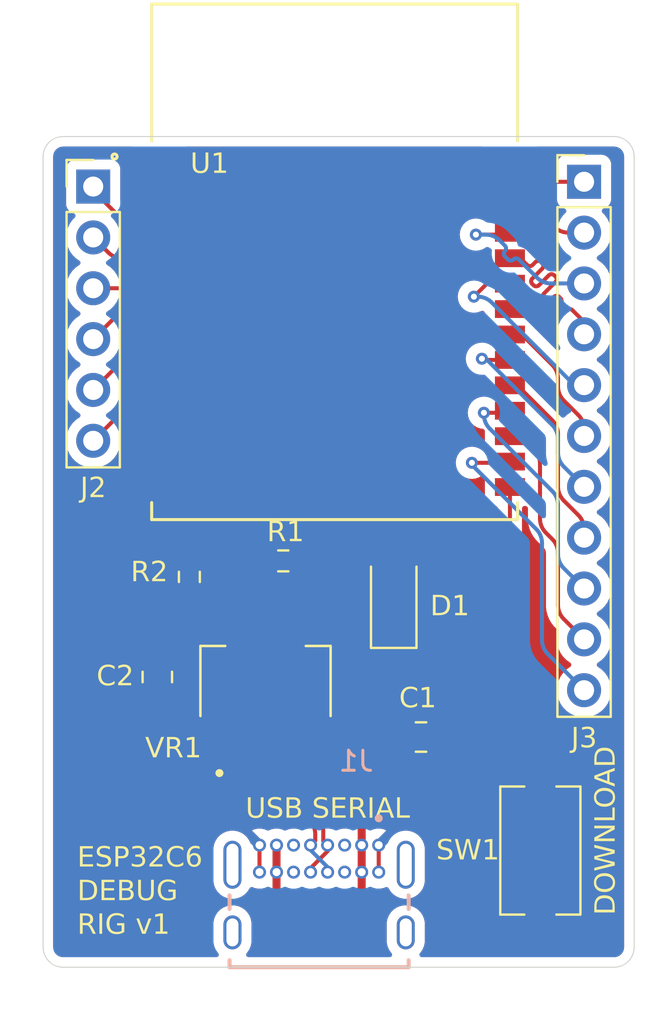
<source format=kicad_pcb>
(kicad_pcb (version 20240108) (generator "pcbnew") (generator_version "8.0")
  (layers (0 "F.Cu" signal) (31 "B.Cu" signal) (34 "B.Paste" user) (35 "F.Paste" user) (36 "B.SilkS" user "B.Silkscreen") (37 "F.SilkS" user "F.Silkscreen") (38 "B.Mask" user) (39 "F.Mask" user) (44 "Edge.Cuts" user))
  (net 0 "")
  (net 1 "GND")
  (net 2 "5V")
  (net 3 "REG3V3")
  (net 4 "Net-(D1-A)")
  (net 5 "Net-(U1-EN)")
  (net 6 "Net-(U1-IO9)")
  (net 7 "TXD0")
  (net 8 "GPIO4")
  (net 9 "GPIO15")
  (net 10 "GPIO5")
  (net 11 "GPIO23")
  (net 12 "GPIO3")
  (net 14 "GPIO18")
  (net 15 "RXD0")
  (net 16 "GPIO22")
  (net 17 "GPIO7")
  (net 18 "GPIO6")
  (net 19 "GPIO2")
  (net 21 "GPIO21")
  (net 22 "ESPD_P")
  (net 23 "ESPD_N")
  (net 24 "GPIO20")
  (net 25 "GPIO0")
  (net 27 "GPIO19")
  (net 28 "GPIO1")
  (net 33 "SHLD")
  (footprint "Button_Switch_SMD:SW_Tactile_SPST_NO_Straight_CK_PTS636Sx25SMTRLFS" (layer "F.Cu") (at 92.317872 79.670771 90)
    (property "Reference" "SW1" (at -0.029229 -3.617872 0) (layer "F.SilkS"))
    (property "Value" "ESPPROG")
    (fp_line (start 3.2 -2) (end -3.2 -2) (stroke (width 0.12)) (layer "F.SilkS"))
    (fp_line (start -3.2 -2) (end -3.2 -0.8) (stroke (width 0.12)) (layer "F.SilkS"))
    (fp_line (start 3.2 -0.8) (end 3.2 -2) (stroke (width 0.12)) (layer "F.SilkS"))
    (fp_line (start -3.2 0.8) (end -3.2 2) (stroke (width 0.12)) (layer "F.SilkS"))
    (fp_line (start 3.2 2) (end 3.2 0.8) (stroke (width 0.12)) (layer "F.SilkS"))
    (fp_line (start -3.2 2) (end 3.2 2) (stroke (width 0.12)) (layer "F.SilkS"))
    (pad "1" smd rect (at -3.875 0 90) (size 1.25 1) (layers "F.Cu" "F.Paste" "F.Mask") (net 1 "GND"))
    (pad "2" smd rect (at 3.875 0 90) (size 1.25 1) (layers "F.Cu" "F.Paste" "F.Mask") (net 6 "Net-(U1-IO9)"))
  )
  (footprint "Connector_PinHeader_2.54mm:PinHeader_1x11_P2.54mm_Vertical" (layer "F.Cu") (at 94.5 46.26)
    (property "Reference" "J3" (at 0 27.84 0) (layer "F.SilkS"))
    (property "Value" "Conn_01x11_Socket")
    (fp_line (start -1.33 -1.33) (end 0 -1.33) (stroke (width 0.12)) (layer "F.SilkS"))
    (fp_line (start -1.33 0) (end -1.33 -1.33) (stroke (width 0.12)) (layer "F.SilkS"))
    (fp_line (start -1.33 1.27) (end -1.33 26.73) (stroke (width 0.12)) (layer "F.SilkS"))
    (fp_line (start -1.33 1.27) (end 1.33 1.27) (stroke (width 0.12)) (layer "F.SilkS"))
    (fp_line (start -1.33 26.73) (end 1.33 26.73) (stroke (width 0.12)) (layer "F.SilkS"))
    (fp_line (start 1.33 1.27) (end 1.33 26.73) (stroke (width 0.12)) (layer "F.SilkS"))
    (pad "1" thru_hole rect (at 0 0) (size 1.7 1.7) (drill 1) (layers "*.Cu" "*.Mask") (net 19 "GPIO2"))
    (pad "2" thru_hole oval (at 0 2.54) (size 1.7 1.7) (drill 1) (layers "*.Cu" "*.Mask") (net 12 "GPIO3"))
    (pad "3" thru_hole oval (at 0 5.08) (size 1.7 1.7) (drill 1) (layers "*.Cu" "*.Mask") (net 7 "TXD0"))
    (pad "4" thru_hole oval (at 0 7.62) (size 1.7 1.7) (drill 1) (layers "*.Cu" "*.Mask") (net 15 "RXD0"))
    (pad "5" thru_hole oval (at 0 10.16) (size 1.7 1.7) (drill 1) (layers "*.Cu" "*.Mask") (net 9 "GPIO15"))
    (pad "6" thru_hole oval (at 0 12.7) (size 1.7 1.7) (drill 1) (layers "*.Cu" "*.Mask") (net 11 "GPIO23"))
    (pad "7" thru_hole oval (at 0 15.24) (size 1.7 1.7) (drill 1) (layers "*.Cu" "*.Mask") (net 16 "GPIO22"))
    (pad "8" thru_hole oval (at 0 17.78) (size 1.7 1.7) (drill 1) (layers "*.Cu" "*.Mask") (net 21 "GPIO21"))
    (pad "9" thru_hole oval (at 0 20.32) (size 1.7 1.7) (drill 1) (layers "*.Cu" "*.Mask") (net 24 "GPIO20"))
    (pad "10" thru_hole oval (at 0 22.86) (size 1.7 1.7) (drill 1) (layers "*.Cu" "*.Mask") (net 27 "GPIO19"))
    (pad "11" thru_hole oval (at 0 25.4) (size 1.7 1.7) (drill 1) (layers "*.Cu" "*.Mask") (net 14 "GPIO18"))
  )
  (footprint "Resistor_SMD:R_0603_1608Metric_Pad0.98x0.95mm_HandSolder" (layer "F.Cu") (at 79.4875 65.2)
    (property "Reference" "R1" (at 0.112501 -1.400001 0) (layer "F.SilkS"))
    (property "Value" "330Ohm")
    (fp_line (start -0.254724 -0.5225) (end 0.254724 -0.5225) (stroke (width 0.12)) (layer "F.SilkS"))
    (fp_line (start -0.254724 0.5225) (end 0.254724 0.5225) (stroke (width 0.12)) (layer "F.SilkS"))
    (pad "1" smd roundrect (at -0.9125 0) (size 0.975 0.95) (layers "F.Cu" "F.Paste" "F.Mask") (net 3 "REG3V3"))
    (pad "2" smd roundrect (at 0.9125 0) (size 0.975 0.95) (layers "F.Cu" "F.Paste" "F.Mask") (net 4 "Net-(D1-A)"))
  )
  (footprint "LED_SMD:LED_1206_3216Metric_Pad1.42x1.75mm_HandSolder" (layer "F.Cu") (at 85 67.0875 90)
    (property "Reference" "D1" (at -0.4125 2.8 0) (layer "F.SilkS"))
    (property "Value" "LED")
    (fp_line (start 1.6 -1.135) (end -2.46 -1.135) (stroke (width 0.12)) (layer "F.SilkS"))
    (fp_line (start -2.46 -1.135) (end -2.46 1.135) (stroke (width 0.12)) (layer "F.SilkS"))
    (fp_line (start -2.46 1.135) (end 1.6 1.135) (stroke (width 0.12)) (layer "F.SilkS"))
    (pad "1" smd roundrect (at -1.4875 0 90) (size 1.425 1.75) (layers "F.Cu" "F.Paste" "F.Mask") (roundrect_rratio 0.175439) (net 1 "GND"))
    (pad "2" smd roundrect (at 1.4875 0 90) (size 1.425 1.75) (layers "F.Cu" "F.Paste" "F.Mask") (roundrect_rratio 0.175439) (net 4 "Net-(D1-A)"))
  )
  (footprint "LM1117fp:VREG_LM1117MPX-3.3_NOPB" (layer "F.Cu") (at 78.6 71.2 90)
    (property "Reference" "VR1" (at -3.4 -4.6 0) (layer "F.SilkS"))
    (property "Value" "LM1117MPX-3.3/NOPB")
    (fp_line (start 1.75 -3.25) (end 1.75 -2.01) (stroke (width 0.127)) (layer "F.SilkS"))
    (fp_line (start -1.75 -3.25) (end 1.75 -3.25) (stroke (width 0.127)) (layer "F.SilkS"))
    (fp_line (start 1.75 3.25) (end 1.75 2.01) (stroke (width 0.127)) (layer "F.SilkS"))
    (fp_line (start -1.75 3.25) (end 1.75 3.25) (stroke (width 0.127)) (layer "F.SilkS"))
    (fp_circle (center -4.6 -2.3) (end -4.5 -2.3) (stroke (width 0.2)) (fill none) (layer "F.SilkS"))
    (pad "1" smd rect (at -2.9 -2.3) (size 0.95 2.15) (layers "F.Cu" "F.Paste" "F.Mask") (net 1 "GND"))
    (pad "2" smd rect (at -2.9 0) (size 0.95 2.15) (layers "F.Cu" "F.Paste" "F.Mask") (net 3 "REG3V3"))
    (pad "3" smd rect (at -2.9 2.3) (size 0.95 2.15) (layers "F.Cu" "F.Paste" "F.Mask") (net 2 "5V"))
    (pad "4" smd rect (at 2.9 0) (size 3.25 2.15) (layers "F.Cu" "F.Paste" "F.Mask") (net 3 "REG3V3"))
  )
  (footprint "Connector_PinHeader_2.54mm:PinHeader_1x06_P2.54mm_Vertical" (layer "F.Cu") (at 70 46.5)
    (property "Reference" "J2" (at 0 15.1 0) (layer "F.SilkS"))
    (property "Value" "Conn_01x06_Socket")
    (fp_line (start -1.33 -1.33) (end 0 -1.33) (stroke (width 0.12)) (layer "F.SilkS"))
    (fp_line (start -1.33 0) (end -1.33 -1.33) (stroke (width 0.12)) (layer "F.SilkS"))
    (fp_line (start -1.33 1.27) (end -1.33 14.03) (stroke (width 0.12)) (layer "F.SilkS"))
    (fp_line (start -1.33 1.27) (end 1.33 1.27) (stroke (width 0.12)) (layer "F.SilkS"))
    (fp_line (start -1.33 14.03) (end 1.33 14.03) (stroke (width 0.12)) (layer "F.SilkS"))
    (fp_line (start 1.33 1.27) (end 1.33 14.03) (stroke (width 0.12)) (layer "F.SilkS"))
    (pad "1" thru_hole rect (at 0 0) (size 1.7 1.7) (drill 1) (layers "*.Cu" "*.Mask") (net 8 "GPIO4"))
    (pad "2" thru_hole oval (at 0 2.54) (size 1.7 1.7) (drill 1) (layers "*.Cu" "*.Mask") (net 10 "GPIO5"))
    (pad "3" thru_hole oval (at 0 5.08) (size 1.7 1.7) (drill 1) (layers "*.Cu" "*.Mask") (net 18 "GPIO6"))
    (pad "4" thru_hole oval (at 0 7.62) (size 1.7 1.7) (drill 1) (layers "*.Cu" "*.Mask") (net 17 "GPIO7"))
    (pad "5" thru_hole oval (at 0 10.16) (size 1.7 1.7) (drill 1) (layers "*.Cu" "*.Mask") (net 25 "GPIO0"))
    (pad "6" thru_hole oval (at 0 12.7) (size 1.7 1.7) (drill 1) (layers "*.Cu" "*.Mask") (net 28 "GPIO1"))
  )
  (footprint "Capacitor_SMD:C_0805_2012Metric_Pad1.18x1.45mm_HandSolder" (layer "F.Cu") (at 86.3625 74)
    (property "Reference" "C1" (at -0.1625 -1.9 0) (layer "F.SilkS"))
    (property "Value" "10uf")
    (fp_line (start -0.261252 -0.735) (end 0.261252 -0.735) (stroke (width 0.12)) (layer "F.SilkS"))
    (fp_line (start -0.261252 0.735) (end 0.261252 0.735) (stroke (width 0.12)) (layer "F.SilkS"))
    (pad "1" smd roundrect (at -1.0375 0) (size 1.175 1.45) (layers "F.Cu" "F.Paste" "F.Mask") (roundrect_rratio 0.212766) (net 2 "5V"))
    (pad "2" smd roundrect (at 1.0375 0) (size 1.175 1.45) (layers "F.Cu" "F.Paste" "F.Mask") (roundrect_rratio 0.212766) (net 1 "GND"))
  )
  (footprint "Capacitor_SMD:C_0805_2012Metric_Pad1.18x1.45mm_HandSolder" (layer "F.Cu") (at 73.2 71 -90)
    (property "Reference" "C2" (at -0.000001 2.099999 180) (layer "F.SilkS"))
    (property "Value" "10uf")
    (fp_line (start -0.261252 0.735) (end 0.261252 0.735) (stroke (width 0.12)) (layer "F.SilkS"))
    (fp_line (start -0.261252 -0.735) (end 0.261252 -0.735) (stroke (width 0.12)) (layer "F.SilkS"))
    (pad "1" smd roundrect (at -1.0375 0 270) (size 1.175 1.45) (layers "F.Cu" "F.Paste" "F.Mask") (roundrect_rratio 0.212766) (net 3 "REG3V3"))
    (pad "2" smd roundrect (at 1.0375 0 270) (size 1.175 1.45) (layers "F.Cu" "F.Paste" "F.Mask") (roundrect_rratio 0.212766) (net 1 "GND"))
  )
  (footprint "Resistor_SMD:R_0603_1608Metric_Pad0.98x0.95mm_HandSolder" (layer "F.Cu") (at 74.8 66 -90)
    (property "Reference" "R2" (at -0.2 2 180) (layer "F.SilkS"))
    (property "Value" "10KOhm")
    (fp_line (start -0.254724 0.5225) (end 0.254724 0.5225) (stroke (width 0.12)) (layer "F.SilkS"))
    (fp_line (start -0.254724 -0.5225) (end 0.254724 -0.5225) (stroke (width 0.12)) (layer "F.SilkS"))
    (pad "1" smd roundrect (at -0.9125 0 270) (size 0.975 0.95) (layers "F.Cu" "F.Paste" "F.Mask") (net 5 "Net-(U1-EN)"))
    (pad "2" smd roundrect (at 0.9125 0 270) (size 0.975 0.95) (layers "F.Cu" "F.Paste" "F.Mask") (net 3 "REG3V3"))
  )
  (footprint "esp32c6wroomfp:MOD28_ESP32-C6-WROOM-1_EXP" (layer "F.Cu") (at 82.05 50.26)
    (property "Reference" "U1" (at -6.25 -4.86 0) (layer "F.SilkS"))
    (property "Value" "ESP32-C6-WROOM-1-N8")
    (fp_line (start -9.1313 -12.8778) (end 9.1313 -12.8778) (stroke (width 0.1524)) (layer "F.SilkS"))
    (fp_line (start -9.1313 -6.03724) (end -9.1313 -12.8778) (stroke (width 0.1524)) (layer "F.SilkS"))
    (fp_line (start -9.1313 12.8778) (end -9.1313 12.02724) (stroke (width 0.1524)) (layer "F.SilkS"))
    (fp_line (start 9.1313 -12.8778) (end 9.1313 -6.03724) (stroke (width 0.1524)) (layer "F.SilkS"))
    (fp_line (start 9.1313 12.02724) (end 9.1313 12.8778) (stroke (width 0.1524)) (layer "F.SilkS"))
    (fp_line (start 9.1313 12.8778) (end -9.1313 12.8778) (stroke (width 0.1524)) (layer "F.SilkS"))
    (fp_circle (center -10.9852 -5.26) (end -10.8582 -5.26) (stroke (width 0.1524)) (fill none) (layer "F.SilkS"))
    (pad "1" smd rect (at -8.75 -5.26) (size 1.4986 0.889) (layers "F.Cu" "F.Paste" "F.Mask") (net 1 "GND"))
    (pad "2" smd rect (at -8.75 -3.99) (size 1.4986 0.889) (layers "F.Cu" "F.Paste" "F.Mask") (net 3 "REG3V3"))
    (pad "3" smd rect (at -8.75 -2.72) (size 1.4986 0.889) (layers "F.Cu" "F.Paste" "F.Mask") (net 5 "Net-(U1-EN)"))
    (pad "4" smd rect (at -8.75 -1.45) (size 1.4986 0.889) (layers "F.Cu" "F.Paste" "F.Mask") (net 8 "GPIO4"))
    (pad "5" smd rect (at -8.75 -0.18) (size 1.4986 0.889) (layers "F.Cu" "F.Paste" "F.Mask") (net 10 "GPIO5"))
    (pad "6" smd rect (at -8.75 1.09) (size 1.4986 0.889) (layers "F.Cu" "F.Paste" "F.Mask") (net 18 "GPIO6"))
    (pad "7" smd rect (at -8.75 2.36) (size 1.4986 0.889) (layers "F.Cu" "F.Paste" "F.Mask") (net 17 "GPIO7"))
    (pad "8" smd rect (at -8.75 3.63) (size 1.4986 0.889) (layers "F.Cu" "F.Paste" "F.Mask") (net 25 "GPIO0"))
    (pad "9" smd rect (at -8.75 4.9) (size 1.4986 0.889) (layers "F.Cu" "F.Paste" "F.Mask") (net 28 "GPIO1"))
    (pad "10" smd rect (at -8.75 6.17) (size 1.4986 0.889) (layers "F.Cu" "F.Paste" "F.Mask") (net 5 "Net-(U1-EN)"))
    (pad "11" smd rect (at -8.75 7.44) (size 1.4986 0.889) (layers "F.Cu" "F.Paste" "F.Mask"))
    (pad "12" smd rect (at -8.75 8.71) (size 1.4986 0.889) (layers "F.Cu" "F.Paste" "F.Mask"))
    (pad "13" smd rect (at -8.75 9.98) (size 1.4986 0.889) (layers "F.Cu" "F.Paste" "F.Mask") (net 23 "ESPD_N"))
    (pad "14" smd rect (at -8.75 11.25) (size 1.4986 0.889) (layers "F.Cu" "F.Paste" "F.Mask") (net 22 "ESPD_P"))
    (pad "15" smd rect (at 8.75 11.25) (size 1.4986 0.889) (layers "F.Cu" "F.Paste" "F.Mask") (net 6 "Net-(U1-IO9)"))
    (pad "16" smd rect (at 8.75 9.98) (size 1.4986 0.889) (layers "F.Cu" "F.Paste" "F.Mask") (net 14 "GPIO18"))
    (pad "17" smd rect (at 8.75 8.71) (size 1.4986 0.889) (layers "F.Cu" "F.Paste" "F.Mask") (net 27 "GPIO19"))
    (pad "18" smd rect (at 8.75 7.44) (size 1.4986 0.889) (layers "F.Cu" "F.Paste" "F.Mask") (net 24 "GPIO20"))
    (pad "19" smd rect (at 8.75 6.17) (size 1.4986 0.889) (layers "F.Cu" "F.Paste" "F.Mask") (net 21 "GPIO21"))
    (pad "20" smd rect (at 8.75 4.9) (size 1.4986 0.889) (layers "F.Cu" "F.Paste" "F.Mask") (net 16 "GPIO22"))
    (pad "21" smd rect (at 8.75 3.63) (size 1.4986 0.889) (layers "F.Cu" "F.Paste" "F.Mask") (net 11 "GPIO23"))
    (pad "22" smd rect (at 8.75 2.36) (size 1.4986 0.889) (layers "F.Cu" "F.Paste" "F.Mask"))
    (pad "23" smd rect (at 8.75 1.09) (size 1.4986 0.889) (layers "F.Cu" "F.Paste" "F.Mask") (net 9 "GPIO15"))
    (pad "24" smd rect (at 8.75 -0.18) (size 1.4986 0.889) (layers "F.Cu" "F.Paste" "F.Mask") (net 15 "RXD0"))
    (pad "25" smd rect (at 8.75 -1.45) (size 1.4986 0.889) (layers "F.Cu" "F.Paste" "F.Mask") (net 7 "TXD0"))
    (pad "26" smd rect (at 8.75 -2.72) (size 1.4986 0.889) (layers "F.Cu" "F.Paste" "F.Mask") (net 12 "GPIO3"))
    (pad "27" smd rect (at 8.75 -3.99) (size 1.4986 0.889) (layers "F.Cu" "F.Paste" "F.Mask") (net 19 "GPIO2"))
    (pad "28" smd rect (at 8.75 -5.26) (size 1.4986 0.889) (layers "F.Cu" "F.Paste" "F.Mask") (net 1 "GND"))
    (pad "29" smd rect (at -1.505 0.46) (size 0.8128 0.8128) (layers "F.Cu" "F.Paste" "F.Mask") (net 1 "GND"))
    (pad "30" smd rect (at -2.755 -0.79) (size 0.8128 0.8128) (layers "F.Cu" "F.Paste" "F.Mask") (net 1 "GND"))
    (pad "31" smd rect (at -2.755 0.46) (size 0.8128 0.8128) (layers "F.Cu" "F.Paste" "F.Mask") (net 1 "GND"))
    (pad "32" smd rect (at -2.755 1.71) (size 0.8128 0.8128) (layers "F.Cu" "F.Paste" "F.Mask") (net 1 "GND"))
    (pad "33" smd rect (at -1.505 1.71) (size 0.8128 0.8128) (layers "F.Cu" "F.Paste" "F.Mask") (net 1 "GND"))
    (pad "34" smd rect (at -0.255 1.71) (size 0.8128 0.8128) (layers "F.Cu" "F.Paste" "F.Mask") (net 1 "GND"))
    (pad "35" smd rect (at -0.255 0.46) (size 0.8128 0.8128) (layers "F.Cu" "F.Paste" "F.Mask") (net 1 "GND"))
    (pad "36" smd rect (at -0.255 -0.79) (size 0.8128 0.8128) (layers "F.Cu" "F.Paste" "F.Mask") (net 1 "GND"))
    (pad "37" smd rect (at -1.505 -0.79) (size 0.8128 0.8128) (layers "F.Cu" "F.Paste" "F.Mask") (net 1 "GND"))
  )
  (footprint "USB4085fp:GCT_USB4085-GF-A_REVA4" (layer "B.Cu") (at 81.275 83.76 180)
    (property "Reference" "J1" (at -1.85 8.555 180) (layer "B.SilkS") (effects (justify mirror)))
    (property "Value" "USB_C_Receptacle")
    (fp_line (start 4.47 1.17) (end 4.47 1.85) (stroke (width 0.2)) (layer "B.SilkS"))
    (fp_line (start 4.47 -1.39) (end 4.47 -1.74) (stroke (width 0.2)) (layer "B.SilkS"))
    (fp_line (start 4.47 -1.74) (end -4.47 -1.74) (stroke (width 0.2)) (layer "B.SilkS"))
    (fp_line (start -4.47 1.17) (end -4.47 1.85) (stroke (width 0.2)) (layer "B.SilkS"))
    (fp_line (start -4.47 -1.74) (end -4.47 -1.39) (stroke (width 0.2)) (layer "B.SilkS"))
    (fp_circle (center -2.975 5.7) (end -2.875 5.7) (stroke (width 0.2)) (fill none) (layer "B.SilkS"))
    (pad "A1" thru_hole circle (at -2.975 4.36 180) (size 0.65 0.65) (drill 0.4) (layers "*.Cu" "*.Mask") (net 1 "GND"))
    (pad "A4" thru_hole circle (at -2.125 4.36 180) (size 0.65 0.65) (drill 0.4) (layers "*.Cu" "*.Mask") (net 2 "5V"))
    (pad "A5" thru_hole circle (at -1.275 4.36 180) (size 0.65 0.65) (drill 0.4) (layers "*.Cu" "*.Mask"))
    (pad "A6" thru_hole circle (at -0.425 4.36 180) (size 0.65 0.65) (drill 0.4) (layers "*.Cu" "*.Mask") (net 22 "ESPD_P"))
    (pad "A7" thru_hole circle (at 0.425 4.36 180) (size 0.65 0.65) (drill 0.4) (layers "*.Cu" "*.Mask") (net 23 "ESPD_N"))
    (pad "A8" thru_hole circle (at 1.275 4.36 180) (size 0.65 0.65) (drill 0.4) (layers "*.Cu" "*.Mask"))
    (pad "A9" thru_hole circle (at 2.125 4.36 180) (size 0.65 0.65) (drill 0.4) (layers "*.Cu" "*.Mask") (net 2 "5V"))
    (pad "A12" thru_hole circle (at 2.975 4.36 180) (size 0.65 0.65) (drill 0.4) (layers "*.Cu" "*.Mask") (net 1 "GND"))
    (pad "B1" thru_hole circle (at 2.975 3.01 180) (size 0.65 0.65) (drill 0.4) (layers "*.Cu" "*.Mask") (net 1 "GND"))
    (pad "B4" thru_hole circle (at 2.125 3.01 180) (size 0.65 0.65) (drill 0.4) (layers "*.Cu" "*.Mask") (net 2 "5V"))
    (pad "B5" thru_hole circle (at 1.275 3.01 180) (size 0.65 0.65) (drill 0.4) (layers "*.Cu" "*.Mask"))
    (pad "B6" thru_hole circle (at 0.425 3.01 180) (size 0.65 0.65) (drill 0.4) (layers "*.Cu" "*.Mask") (net 22 "ESPD_P"))
    (pad "B7" thru_hole circle (at -0.425 3.01 180) (size 0.65 0.65) (drill 0.4) (layers "*.Cu" "*.Mask") (net 23 "ESPD_N"))
    (pad "B8" thru_hole circle (at -1.275 3.01 180) (size 0.65 0.65) (drill 0.4) (layers "*.Cu" "*.Mask"))
    (pad "B9" thru_hole circle (at -2.125 3.01 180) (size 0.65 0.65) (drill 0.4) (layers "*.Cu" "*.Mask") (net 2 "5V"))
    (pad "B12" thru_hole circle (at -2.975 3.01 180) (size 0.65 0.65) (drill 0.4) (layers "*.Cu" "*.Mask") (net 1 "GND"))
    (pad "S1" thru_hole oval (at -4.325 0 180) (size 0.9 1.7) (drill oval 0.6 1.4) (layers "*.Cu" "*.Mask") (net 33 "SHLD"))
    (pad "S2" thru_hole oval (at 4.325 0 180) (size 0.9 1.7) (drill oval 0.6 1.4) (layers "*.Cu" "*.Mask"))
    (pad "S3" thru_hole oval (at -4.325 3.38 180) (size 0.9 2.4) (drill oval 0.6 2.1) (layers "*.Cu" "*.Mask"))
    (pad "S4" thru_hole oval (at 4.325 3.38 180) (size 0.9 2.4) (drill oval 0.6 2.1) (layers "*.Cu" "*.Mask"))
  )
  (gr_line (start 67.5 84.5) (end 67.5 45) (stroke (width 0.05)) (layer "Edge.Cuts"))
  (gr_line (start 96 85.5) (end 68.5 85.5) (stroke (width 0.05)) (layer "Edge.Cuts"))
  (gr_line (start 97 45) (end 97 84.5) (stroke (width 0.05)) (layer "Edge.Cuts"))
  (gr_arc (start 67.5 45) (mid 67.792893 44.292893) (end 68.5 44) (stroke (width 0.05)) (layer "Edge.Cuts"))
  (gr_arc (start 96 44) (mid 96.707107 44.292893) (end 97 45) (stroke (width 0.05)) (layer "Edge.Cuts"))
  (gr_arc (start 68.5 85.5) (mid 67.792893 85.207107) (end 67.5 84.5) (stroke (width 0.05)) (layer "Edge.Cuts"))
  (gr_line (start 68.5 44) (end 96 44) (stroke (width 0.05)) (layer "Edge.Cuts"))
  (gr_arc (start 97 84.5) (mid 96.707107 85.207107) (end 96 85.5) (stroke (width 0.05)) (layer "Edge.Cuts"))
  (gr_text "ESP32C6\nDEBUG\nRIG v1" (at 69.2 84 0) (layer "F.SilkS") (effects (font (size 1 1) (thickness 0.1)) (justify left bottom)))
  (gr_text "USB SERIAL" (at 77.6 78.2 0) (layer "F.SilkS") (effects (font (size 1 1) (thickness 0.1)) (justify left bottom)))
  (gr_text "DOWNLOAD" (at 96.2 82.9 90) (layer "F.SilkS") (effects (font (size 1 1) (thickness 0.1)) (justify left bottom)))
  (segment (start 78.3 79.4) (end 78.3 80.75) (width 0.2) (layer "F.Cu") (net 1))
  (segment (start 84.25 79.4) (end 84.25 80.75) (width 0.2) (layer "F.Cu") (net 1))
  (segment (start 79.15 79.4) (end 79.15 80.75) (width 0.4) (layer "F.Cu") (net 2))
  (segment (start 79.15 81.65) (end 79.207107 81.707107) (width 0.4) (layer "F.Cu") (net 2))
  (segment (start 85.325 74) (end 81 74) (width 0.4) (layer "F.Cu") (net 2))
  (segment (start 83.4 81.6) (end 83.4 80.75) (width 0.4) (layer "F.Cu") (net 2))
  (segment (start 83.292893 81.707107) (end 83.4 81.6) (width 0.4) (layer "F.Cu") (net 2))
  (segment (start 79.914214 82) (end 82.585786 82) (width 0.4) (layer "F.Cu") (net 2))
  (segment (start 83.4 74) (end 83.4 79.4) (width 0.4) (layer "F.Cu") (net 2))
  (segment (start 81 74) (end 80.9 74.1) (width 0.4) (layer "F.Cu") (net 2))
  (segment (start 83.4 79.4) (end 83.4 80.75) (width 0.4) (layer "F.Cu") (net 2))
  (segment (start 79.15 80.75) (end 79.15 81.65) (width 0.4) (layer "F.Cu") (net 2))
  (arc (start 79.914214 82) (mid 79.531531 81.92388) (end 79.207107 81.707107) (width 0.4) (layer "F.Cu") (net 2))
  (arc (start 82.585786 82) (mid 82.968469 81.92388) (end 83.292893 81.707107) (width 0.4) (layer "F.Cu") (net 2))
  (segment (start 73.2 69.9625) (end 73.2 69.340927) (width 0.3) (layer "F.Cu") (net 3))
  (segment (start 78.575 68.275) (end 78.6 68.3) (width 0.3) (layer "F.Cu") (net 3))
  (segment (start 77.798287 67.498287) (end 78.6 68.3) (width 0.3) (layer "F.Cu") (net 3))
  (segment (start 78.6 74.1) (end 78.6 68.3) (width 0.3) (layer "F.Cu") (net 3))
  (segment (start 75.5 61.296573) (end 75.5 48.828427) (width 0.3) (layer "F.Cu") (net 3))
  (segment (start 78.575 65.2) (end 76.085786 62.710786) (width 0.3) (layer "F.Cu") (net 3))
  (segment (start 73.785787 67.926713) (end 74.8 66.9125) (width 0.3) (layer "F.Cu") (net 3))
  (segment (start 74.8 66.9125) (end 76.384073 66.9125) (width 0.3) (layer "F.Cu") (net 3))
  (segment (start 74.914213 47.414213) (end 73.77 46.27) (width 0.3) (layer "F.Cu") (net 3))
  (segment (start 73.77 46.27) (end 73.3 46.27) (width 0.3) (layer "F.Cu") (net 3))
  (segment (start 78.575 65.2) (end 78.575 68.275) (width 0.3) (layer "F.Cu") (net 3))
  (arc (start 76.384073 66.9125) (mid 77.14944 67.064741) (end 77.798287 67.498287) (width 0.3) (layer "F.Cu") (net 3))
  (arc (start 74.914213 47.414213) (mid 75.347759 48.06306) (end 75.5 48.828427) (width 0.3) (layer "F.Cu") (net 3))
  (arc (start 76.085786 62.710786) (mid 75.652241 62.06194) (end 75.5 61.296573) (width 0.3) (layer "F.Cu") (net 3))
  (arc (start 73.785787 67.926713) (mid 73.352241 68.57556) (end 73.2 69.340927) (width 0.3) (layer "F.Cu") (net 3))
  (segment (start 84.6 65.2) (end 85 65.6) (width 0.2) (layer "F.Cu") (net 4))
  (segment (start 80.4 65.2) (end 84.6 65.2) (width 0.2) (layer "F.Cu") (net 4))
  (segment (start 73.3 56.43) (end 74.77 56.43) (width 0.2) (layer "F.Cu") (net 5))
  (segment (start 73.325786 47.54) (end 73.3 47.54) (width 0.2) (layer "F.Cu") (net 5))
  (segment (start 74.8 56.4) (end 74.8 65.0875) (width 0.2) (layer "F.Cu") (net 5))
  (segment (start 74.8 56.4) (end 74.8 55.8793) (width 0.2) (layer "F.Cu") (net 5))
  (segment (start 74.8 55.8793) (end 74.8 49.014214) (width 0.2) (layer "F.Cu") (net 5))
  (segment (start 74.77 56.43) (end 74.8 56.4) (width 0.2) (layer "F.Cu") (net 5))
  (segment (start 74.507107 48.307107) (end 74.032893 47.832893) (width 0.2) (layer "F.Cu") (net 5))
  (arc (start 74.032893 47.832893) (mid 73.70847 47.61612) (end 73.325786 47.54) (width 0.2) (layer "F.Cu") (net 5))
  (arc (start 74.507107 48.307107) (mid 74.72388 48.63153) (end 74.8 49.014214) (width 0.2) (layer "F.Cu") (net 5))
  (segment (start 91.092893 74.570792) (end 92.317872 75.795771) (width 0.2) (layer "F.Cu") (net 6))
  (segment (start 90.8 61.51) (end 90.8 73.863685) (width 0.2) (layer "F.Cu") (net 6))
  (arc (start 90.8 73.863685) (mid 90.87612 74.246368) (end 91.092893 74.570792) (width 0.2) (layer "F.Cu") (net 6))
  (segment (start 90.71 48.9) (end 90.8 48.81) (width 0.2) (layer "F.Cu") (net 7))
  (segment (start 89.1 48.9) (end 90.71 48.9) (width 0.2) (layer "F.Cu") (net 7))
  (via (at 89.1 48.9) (size 0.6) (drill 0.3) (layers "F.Cu" "B.Cu") (net 7))
  (segment (start 89.585786 48.9) (end 89.1 48.9) (width 0.2) (layer "B.Cu") (net 7))
  (segment (start 92.147107 51.047107) (end 91.242363 50.142363) (width 0.2) (layer "B.Cu") (net 7))
  (segment (start 90.549397 49.449397) (end 90.393834 49.293834) (width 0.2) (layer "B.Cu") (net 7))
  (segment (start 94.5 51.34) (end 92.854214 51.34) (width 0.2) (layer "B.Cu") (net 7))
  (segment (start 90.393834 49.293834) (end 90.292893 49.192893) (width 0.2) (layer "B.Cu") (net 7))
  (segment (start 90.704961 50.142363) (end 90.549397 49.986799) (width 0.2) (layer "B.Cu") (net 7))
  (arc (start 90.549396 49.718097) (mid 90.605047 49.583747) (end 90.549397 49.449397) (width 0.2) (layer "B.Cu") (net 7))
  (arc (start 90.292893 49.192893) (mid 89.96847 48.97612) (end 89.585786 48.9) (width 0.2) (layer "B.Cu") (net 7))
  (arc (start 90.973661 50.142362) (mid 90.839311 50.198013) (end 90.704961 50.142363) (width 0.2) (layer "B.Cu") (net 7))
  (arc (start 91.242363 50.142363) (mid 91.108013 50.086713) (end 90.973661 50.142362) (width 0.2) (layer "B.Cu") (net 7))
  (arc (start 92.854214 51.34) (mid 92.471531 51.26388) (end 92.147107 51.047107) (width 0.2) (layer "B.Cu") (net 7))
  (arc (start 90.549397 49.986799) (mid 90.493747 49.852449) (end 90.549396 49.718097) (width 0.2) (layer "B.Cu") (net 7))
  (segment (start 70 46.5) (end 70 46.7) (width 0.2) (layer "F.Cu") (net 8))
  (segment (start 72.524214 48.81) (end 73.3 48.81) (width 0.2) (layer "F.Cu") (net 8))
  (segment (start 70 46.7) (end 71.817107 48.517107) (width 0.2) (layer "F.Cu") (net 8))
  (arc (start 72.524214 48.81) (mid 72.141531 48.73388) (end 71.817107 48.517107) (width 0.2) (layer "F.Cu") (net 8))
  (segment (start 89.65 51.35) (end 90.8 51.35) (width 0.2) (layer "F.Cu") (net 9))
  (segment (start 89 52) (end 89.65 51.35) (width 0.2) (layer "F.Cu") (net 9))
  (via (at 89 52) (size 0.6) (drill 0.3) (layers "F.Cu" "B.Cu") (net 9))
  (segment (start 89 52) (end 89.185786 52) (width 0.2) (layer "B.Cu") (net 9))
  (segment (start 94.434214 56.42) (end 94.5 56.42) (width 0.2) (layer "B.Cu") (net 9))
  (segment (start 89.892893 52.292893) (end 93.727107 56.127107) (width 0.2) (layer "B.Cu") (net 9))
  (arc (start 93.727107 56.127107) (mid 94.05153 56.34388) (end 94.434214 56.42) (width 0.2) (layer "B.Cu") (net 9))
  (arc (start 89.892893 52.292893) (mid 89.56847 52.07612) (end 89.185786 52) (width 0.2) (layer "B.Cu") (net 9))
  (segment (start 70 49.04) (end 70.747107 49.787107) (width 0.2) (layer "F.Cu") (net 10))
  (segment (start 71.454214 50.08) (end 73.3 50.08) (width 0.2) (layer "F.Cu") (net 10))
  (arc (start 70.747107 49.787107) (mid 71.07153 50.00388) (end 71.454214 50.08) (width 0.2) (layer "F.Cu") (net 10))
  (segment (start 93.2 56.114214) (end 93.2 56.485786) (width 0.2) (layer "F.Cu") (net 11))
  (segment (start 91.682893 54.182893) (end 92.907107 55.407107) (width 0.2) (layer "F.Cu") (net 11))
  (segment (start 90.8 53.89) (end 90.975786 53.89) (width 0.2) (layer "F.Cu") (net 11))
  (segment (start 93.492893 57.192893) (end 94.207107 57.907107) (width 0.2) (layer "F.Cu") (net 11))
  (segment (start 94.5 58.614214) (end 94.5 58.96) (width 0.2) (layer "F.Cu") (net 11))
  (arc (start 93.2 56.485786) (mid 93.27612 56.868469) (end 93.492893 57.192893) (width 0.2) (layer "F.Cu") (net 11))
  (arc (start 94.207107 57.907107) (mid 94.42388 58.23153) (end 94.5 58.614214) (width 0.2) (layer "F.Cu") (net 11))
  (arc (start 91.682893 54.182893) (mid 91.35847 53.96612) (end 90.975786 53.89) (width 0.2) (layer "F.Cu") (net 11))
  (arc (start 92.907107 55.407107) (mid 93.12388 55.73153) (end 93.2 56.114214) (width 0.2) (layer "F.Cu") (net 11))
  (segment (start 93.714214 48.8) (end 94.5 48.8) (width 0.2) (layer "F.Cu") (net 12))
  (segment (start 92.332893 47.832893) (end 93.007107 48.507107) (width 0.2) (layer "F.Cu") (net 12))
  (segment (start 90.8 47.54) (end 91.625786 47.54) (width 0.2) (layer "F.Cu") (net 12))
  (arc (start 93.007107 48.507107) (mid 93.33153 48.72388) (end 93.714214 48.8) (width 0.2) (layer "F.Cu") (net 12))
  (arc (start 92.332893 47.832893) (mid 92.00847 47.61612) (end 91.625786 47.54) (width 0.2) (layer "F.Cu") (net 12))
  (segment (start 90.74 60.3) (end 90.8 60.24) (width 0.2) (layer "F.Cu") (net 14))
  (segment (start 88.9 60.3) (end 90.74 60.3) (width 0.2) (layer "F.Cu") (net 14))
  (via (at 88.9 60.3) (size 0.6) (drill 0.3) (layers "F.Cu" "B.Cu") (net 14))
  (segment (start 92.692893 69.852893) (end 94.5 71.66) (width 0.2) (layer "B.Cu") (net 14))
  (segment (start 88.9 60.4) (end 92.107107 63.607107) (width 0.2) (layer "B.Cu") (net 14))
  (segment (start 92.4 64.314214) (end 92.4 69.145786) (width 0.2) (layer "B.Cu") (net 14))
  (segment (start 88.9 60.3) (end 88.9 60.4) (width 0.2) (layer "B.Cu") (net 14))
  (arc (start 92.4 69.145786) (mid 92.47612 69.528469) (end 92.692893 69.852893) (width 0.2) (layer "B.Cu") (net 14))
  (arc (start 92.4 64.314214) (mid 92.32388 63.931531) (end 92.107107 63.607107) (width 0.2) (layer "B.Cu") (net 14))
  (segment (start 93.656026 52.678099) (end 93.504706 52.82942) (width 0.2) (layer "F.Cu") (net 15))
  (segment (start 94.5 53.2562) (end 93.9219 52.6781) (width 0.2) (layer "F.Cu") (net 15))
  (segment (start 92.743855 50.931541) (end 92.459598 51.215797) (width 0.2) (layer "F.Cu") (net 15))
  (segment (start 92.574151 52.164738) (end 92.507682 52.098269) (width 0.2) (layer "F.Cu") (net 15))
  (segment (start 94.5 53.88) (end 94.5 53.2562) (width 0.2) (layer "F.Cu") (net 15))
  (segment (start 91.980177 51.429342) (end 91.913708 51.362873) (width 0.2) (layer "F.Cu") (net 15))
  (segment (start 92.507682 51.832397) (end 92.659003 51.681077) (width 0.2) (layer "F.Cu") (net 15))
  (segment (start 93.172363 52.497078) (end 93.323684 52.345758) (width 0.2) (layer "F.Cu") (net 15))
  (segment (start 91.913708 51.097001) (end 92.127255 50.883455) (width 0.2) (layer "F.Cu") (net 15))
  (segment (start 92.411511 50.333325) (end 92.345042 50.266856) (width 0.2) (layer "F.Cu") (net 15))
  (segment (start 92.07917 50.266856) (end 91.927849 50.418176) (width 0.2) (layer "F.Cu") (net 15))
  (segment (start 92.991345 52.013418) (end 92.840025 52.164739) (width 0.2) (layer "F.Cu") (net 15))
  (segment (start 92.659003 51.681077) (end 93.076196 51.263883) (width 0.2) (layer "F.Cu") (net 15))
  (segment (start 93.076196 50.99801) (end 93.009727 50.931541) (width 0.2) (layer "F.Cu") (net 15))
  (segment (start 92.127255 50.883455) (end 92.411511 50.599198) (width 0.2) (layer "F.Cu") (net 15))
  (segment (start 92.459598 51.215797) (end 92.246049 51.429342) (width 0.2) (layer "F.Cu") (net 15))
  (segment (start 91.3 50.08) (end 90.8 50.08) (width 0.2) (layer "F.Cu") (net 15))
  (segment (start 93.323683 52.079884) (end 93.257219 52.013419) (width 0.2) (layer "F.Cu") (net 15))
  (segment (start 91.661976 50.418176) (end 91.59551 50.35171) (width 0.2) (layer "F.Cu") (net 15))
  (segment (start 93.238832 52.829419) (end 93.172363 52.76295) (width 0.2) (layer "F.Cu") (net 15))
  (segment (start 91.59551 50.35171) (end 91.3238 50.08) (width 0.2) (layer "F.Cu") (net 15))
  (segment (start 91.3238 50.08) (end 91.3 50.08) (width 0.2) (layer "F.Cu") (net 15))
  (arc (start 93.504706 52.82942) (mid 93.371768 52.884483) (end 93.238832 52.829419) (width 0.2) (layer "F.Cu") (net 15))
  (arc (start 93.009727 50.931541) (mid 92.876791 50.876477) (end 92.743855 50.931541) (width 0.2) (layer "F.Cu") (net 15))
  (arc (start 93.257219 52.013419) (mid 93.124282 51.958353) (end 92.991345 52.013418) (width 0.2) (layer "F.Cu") (net 15))
  (arc (start 92.345042 50.266856) (mid 92.212106 50.211792) (end 92.07917 50.266856) (width 0.2) (layer "F.Cu") (net 15))
  (arc (start 92.840025 52.164739) (mid 92.707087 52.219802) (end 92.574151 52.164738) (width 0.2) (layer "F.Cu") (net 15))
  (arc (start 93.323684 52.345758) (mid 93.378747 52.21282) (end 93.323683 52.079884) (width 0.2) (layer "F.Cu") (net 15))
  (arc (start 92.411511 50.599198) (mid 92.466575 50.466261) (end 92.411511 50.333325) (width 0.2) (layer "F.Cu") (net 15))
  (arc (start 93.076196 51.263883) (mid 93.13126 51.130946) (end 93.076196 50.99801) (width 0.2) (layer "F.Cu") (net 15))
  (arc (start 91.927849 50.418176) (mid 91.794912 50.47324) (end 91.661976 50.418176) (width 0.2) (layer "F.Cu") (net 15))
  (arc (start 92.246049 51.429342) (mid 92.113113 51.484406) (end 91.980177 51.429342) (width 0.2) (layer "F.Cu") (net 15))
  (arc (start 93.172363 52.76295) (mid 93.117299 52.630014) (end 93.172363 52.497078) (width 0.2) (layer "F.Cu") (net 15))
  (arc (start 91.913708 51.362873) (mid 91.858644 51.229937) (end 91.913708 51.097001) (width 0.2) (layer "F.Cu") (net 15))
  (arc (start 92.507682 52.098269) (mid 92.452618 51.965333) (end 92.507682 51.832397) (width 0.2) (layer "F.Cu") (net 15))
  (arc (start 93.9219 52.6781) (mid 93.788963 52.623034) (end 93.656026 52.678099) (width 0.2) (layer "F.Cu") (net 15))
  (segment (start 89.46 55.16) (end 90.8 55.16) (width 0.2) (layer "F.Cu") (net 16))
  (segment (start 89.4 55.1) (end 89.46 55.16) (width 0.2) (layer "F.Cu") (net 16))
  (via (at 89.4 55.1) (size 0.6) (drill 0.3) (layers "F.Cu" "B.Cu") (net 16))
  (segment (start 93.492893 60.492893) (end 94.5 61.5) (width 0.2) (layer "B.Cu") (net 16))
  (segment (start 89.4 55.1) (end 89.6 55.1) (width 0.2) (layer "B.Cu") (net 16))
  (segment (start 89.6 55.1) (end 92.907107 58.407107) (width 0.2) (layer "B.Cu") (net 16))
  (segment (start 93.2 59.114214) (end 93.2 59.785786) (width 0.2) (layer "B.Cu") (net 16))
  (arc (start 93.2 59.114214) (mid 93.12388 58.731531) (end 92.907107 58.407107) (width 0.2) (layer "B.Cu") (net 16))
  (arc (start 93.2 59.785786) (mid 93.27612 60.168469) (end 93.492893 60.492893) (width 0.2) (layer "B.Cu") (net 16))
  (segment (start 70 54.12) (end 71.207107 52.912893) (width 0.2) (layer "F.Cu") (net 17))
  (segment (start 71.914214 52.62) (end 73.3 52.62) (width 0.2) (layer "F.Cu") (net 17))
  (arc (start 71.207107 52.912893) (mid 71.53153 52.69612) (end 71.914214 52.62) (width 0.2) (layer "F.Cu") (net 17))
  (segment (start 70 51.58) (end 73.07 51.58) (width 0.2) (layer "F.Cu") (net 18))
  (segment (start 73.07 51.58) (end 73.3 51.35) (width 0.2) (layer "F.Cu") (net 18))
  (segment (start 90.81 46.26) (end 90.8 46.27) (width 0.2) (layer "F.Cu") (net 19))
  (segment (start 94.5 46.26) (end 90.81 46.26) (width 0.2) (layer "F.Cu") (net 19))
  (segment (start 93.492893 62.192893) (end 94.207107 62.907107) (width 0.2) (layer "F.Cu") (net 21))
  (segment (start 90.8 56.43) (end 91.167157 56.43) (width 0.2) (layer "F.Cu") (net 21))
  (segment (start 93.2 58.877057) (end 93.2 61.485786) (width 0.2) (layer "F.Cu") (net 21))
  (segment (start 91.167157 56.43) (end 92.907107 58.16995) (width 0.2) (layer "F.Cu") (net 21))
  (segment (start 94.5 63.614214) (end 94.5 64.04) (width 0.2) (layer "F.Cu") (net 21))
  (arc (start 94.207107 62.907107) (mid 94.42388 63.23153) (end 94.5 63.614214) (width 0.2) (layer "F.Cu") (net 21))
  (arc (start 93.492893 62.192893) (mid 93.27612 61.86847) (end 93.2 61.485786) (width 0.2) (layer "F.Cu") (net 21))
  (arc (start 93.2 58.877057) (mid 93.12388 58.494374) (end 92.907107 58.16995) (width 0.2) (layer "F.Cu") (net 21))
  (segment (start 80.85 80.55) (end 80.85 80.75) (width 0.2) (layer "F.Cu") (net 22))
  (segment (start 73.1799 77) (end 79.785786 77) (width 0.2) (layer "F.Cu") (net 22))
  (segment (start 70 68.829538) (end 70 69.082762) (width 0.2) (layer "F.Cu") (net 22))
  (segment (start 71.778993 61.802893) (end 70.292893 63.288993) (width 0.2) (layer "F.Cu") (net 22))
  (segment (start 81.482776 79.182776) (end 81.7 79.4) (width 0.2) (layer "F.Cu") (net 22))
  (segment (start 81.7 79.7) (end 80.85 80.55) (width 0.2) (layer "F.Cu") (net 22))
  (segment (start 70 71.5) (end 70 73.8201) (width 0.2) (layer "F.Cu") (net 22))
  (segment (start 70.296776 68.279538) (end 70.296776 68.532762) (width 0.2) (layer "F.Cu") (net 22))
  (segment (start 70 67.729448) (end 70 67.982762) (width 0.2) (layer "F.Cu") (net 22))
  (segment (start 70 70.182762) (end 70 71.5) (width 0.2) (layer "F.Cu") (net 22))
  (segment (start 81.482776 78.69699) (end 81.482776 79.182776) (width 0.2) (layer "F.Cu") (net 22))
  (segment (start 70.296686 67.179448) (end 70.296686 67.432762) (width 0.2) (layer "F.Cu") (net 22))
  (segment (start 80.492893 77.292893) (end 81.189883 77.989883) (width 0.2) (layer "F.Cu") (net 22))
  (segment (start 81.7 79.4) (end 81.7 79.7) (width 0.2) (layer "F.Cu") (net 22))
  (segment (start 70.292893 74.527207) (end 72.472793 76.707107) (width 0.2) (layer "F.Cu") (net 22))
  (segment (start 73.3 61.51) (end 72.4861 61.51) (width 0.2) (layer "F.Cu") (net 22))
  (segment (start 70 69.929538) (end 70 70.182762) (width 0.2) (layer "F.Cu") (net 22))
  (segment (start 70 63.9961) (end 70 66.882762) (width 0.2) (layer "F.Cu") (net 22))
  (segment (start 70.296776 69.379538) (end 70.296776 69.632762) (width 0.2) (layer "F.Cu") (net 22))
  (arc (start 70.148388 68.13115) (mid 70.253314 68.174612) (end 70.296776 68.279538) (width 0.2) (layer "F.Cu") (net 22))
  (arc (start 70.296686 67.432762) (mid 70.253237 67.537656) (end 70.148343 67.581105) (width 0.2) (layer "F.Cu") (net 22))
  (arc (start 70.148388 68.68115) (mid 70.043462 68.724612) (end 70 68.829538) (width 0.2) (layer "F.Cu") (net 22))
  (arc (start 70 69.082762) (mid 70.043462 69.187688) (end 70.148388 69.23115) (width 0.2) (layer "F.Cu") (net 22))
  (arc (start 72.472793 76.707107) (mid 72.797217 76.92388) (end 73.1799 77) (width 0.2) (layer "F.Cu") (net 22))
  (arc (start 70.148388 69.78115) (mid 70.043462 69.824612) (end 70 69.929538) (width 0.2) (layer "F.Cu") (net 22))
  (arc (start 70.292893 63.288993) (mid 70.07612 63.613416) (end 70 63.9961) (width 0.2) (layer "F.Cu") (net 22))
  (arc (start 81.189883 77.989883) (mid 81.406656 78.314307) (end 81.482776 78.69699) (width 0.2) (layer "F.Cu") (net 22))
  (arc (start 70.296776 69.632762) (mid 70.253314 69.737688) (end 70.148388 69.78115) (width 0.2) (layer "F.Cu") (net 22))
  (arc (start 72.4861 61.51) (mid 72.103416 61.58612) (end 71.778993 61.802893) (width 0.2) (layer "F.Cu") (net 22))
  (arc (start 70.148343 67.031105) (mid 70.253237 67.074554) (end 70.296686 67.179448) (width 0.2) (layer "F.Cu") (net 22))
  (arc (start 70.148388 69.23115) (mid 70.253314 69.274612) (end 70.296776 69.379538) (width 0.2) (layer "F.Cu") (net 22))
  (arc (start 70 73.8201) (mid 70.07612 74.202784) (end 70.292893 74.527207) (width 0.2) (layer "F.Cu") (net 22))
  (arc (start 70.148343 67.581105) (mid 70.043449 67.624554) (end 70 67.729448) (width 0.2) (layer "F.Cu") (net 22))
  (arc (start 79.785786 77) (mid 80.168469 77.07612) (end 80.492893 77.292893) (width 0.2) (layer "F.Cu") (net 22))
  (arc (start 70 67.982762) (mid 70.043462 68.087688) (end 70.148388 68.13115) (width 0.2) (layer "F.Cu") (net 22))
  (arc (start 70 66.882762) (mid 70.043449 66.987656) (end 70.148343 67.031105) (width 0.2) (layer "F.Cu") (net 22))
  (arc (start 70.296776 68.532762) (mid 70.253314 68.637688) (end 70.148388 68.68115) (width 0.2) (layer "F.Cu") (net 22))
  (segment (start 79.6201 77.4) (end 73.014214 77.4) (width 0.2) (layer "F.Cu") (net 23))
  (segment (start 80.789883 78.155569) (end 80.327207 77.692893) (width 0.2) (layer "F.Cu") (net 23))
  (segment (start 81.082776 79.167224) (end 81.082776 78.862676) (width 0.2) (layer "F.Cu") (net 23))
  (segment (start 72.307107 77.107107) (end 69.892893 74.692893) (width 0.2) (layer "F.Cu") (net 23))
  (segment (start 80.85 79.4) (end 81.082776 79.167224) (width 0.2) (layer "F.Cu") (net 23))
  (segment (start 73.190414 60.24) (end 73.3 60.24) (width 0.2) (layer "F.Cu") (net 23))
  (segment (start 69.6 73.985786) (end 69.6 63.830414) (width 0.2) (layer "F.Cu") (net 23))
  (segment (start 69.892893 63.123307) (end 72.483307 60.532893) (width 0.2) (layer "F.Cu") (net 23))
  (arc (start 69.6 73.985786) (mid 69.67612 74.368469) (end 69.892893 74.692893) (width 0.2) (layer "F.Cu") (net 23))
  (arc (start 73.014214 77.4) (mid 72.631531 77.32388) (end 72.307107 77.107107) (width 0.2) (layer "F.Cu") (net 23))
  (arc (start 81.082776 78.862676) (mid 81.006656 78.479993) (end 80.789883 78.155569) (width 0.2) (layer "F.Cu") (net 23))
  (arc (start 79.6201 77.4) (mid 80.002783 77.47612) (end 80.327207 77.692893) (width 0.2) (layer "F.Cu") (net 23))
  (arc (start 73.190414 60.24) (mid 72.807731 60.31612) (end 72.483307 60.532893) (width 0.2) (layer "F.Cu") (net 23))
  (arc (start 69.6 63.830414) (mid 69.67612 63.447731) (end 69.892893 63.123307) (width 0.2) (layer "F.Cu") (net 23))
  (segment (start 80.85 79.4) (end 80.85 79.65) (width 0.2) (layer "B.Cu") (net 23))
  (segment (start 81.7 80.5) (end 81.7 80.75) (width 0.2) (layer "B.Cu") (net 23))
  (segment (start 80.85 79.65) (end 81.7 80.5) (width 0.2) (layer "B.Cu") (net 23))
  (segment (start 90.7 57.8) (end 90.8 57.7) (width 0.2) (layer "F.Cu") (net 24))
  (segment (start 89.5 57.8) (end 90.7 57.8) (width 0.2) (layer "F.Cu") (net 24))
  (via (at 89.5 57.8) (size 0.6) (drill 0.3) (layers "F.Cu" "B.Cu") (net 24))
  (segment (start 89.792893 58.592893) (end 92.907107 61.707107) (width 0.2) (layer "B.Cu") (net 24))
  (segment (start 89.5 57.8) (end 89.5 57.885786) (width 0.2) (layer "B.Cu") (net 24))
  (segment (start 93.2 62.414214) (end 93.2 64.865786) (width 0.2) (layer "B.Cu") (net 24))
  (segment (start 93.492893 65.572893) (end 94.5 66.58) (width 0.2) (layer "B.Cu") (net 24))
  (arc (start 89.5 57.885786) (mid 89.57612 58.268469) (end 89.792893 58.592893) (width 0.2) (layer "B.Cu") (net 24))
  (arc (start 93.492893 65.572893) (mid 93.27612 65.24847) (end 93.2 64.865786) (width 0.2) (layer "B.Cu") (net 24))
  (arc (start 92.907107 61.707107) (mid 93.12388 62.03153) (end 93.2 62.414214) (width 0.2) (layer "B.Cu") (net 24))
  (segment (start 73.3 53.89) (end 73.184214 53.89) (width 0.2) (layer "F.Cu") (net 25))
  (segment (start 72.477107 54.182893) (end 70 56.66) (width 0.2) (layer "F.Cu") (net 25))
  (arc (start 72.477107 54.182893) (mid 72.80153 53.96612) (end 73.184214 53.89) (width 0.2) (layer "F.Cu") (net 25))
  (segment (start 90.8 58.97) (end 90.909586 58.97) (width 0.2) (layer "F.Cu") (net 27))
  (segment (start 91.616693 59.262893) (end 92.007107 59.653307) (width 0.2) (layer "F.Cu") (net 27))
  (segment (start 92.3 60.360414) (end 92.3 63.085786) (width 0.2) (layer "F.Cu") (net 27))
  (segment (start 93.492893 68.112893) (end 94.5 69.12) (width 0.2) (layer "F.Cu") (net 27))
  (segment (start 93.2 64.814214) (end 93.2 67.405786) (width 0.2) (layer "F.Cu") (net 27))
  (segment (start 92.592893 63.792893) (end 92.907107 64.107107) (width 0.2) (layer "F.Cu") (net 27))
  (arc (start 92.592893 63.792893) (mid 92.37612 63.46847) (end 92.3 63.085786) (width 0.2) (layer "F.Cu") (net 27))
  (arc (start 90.909586 58.97) (mid 91.292269 59.04612) (end 91.616693 59.262893) (width 0.2) (layer "F.Cu") (net 27))
  (arc (start 93.2 64.814214) (mid 93.12388 64.431531) (end 92.907107 64.107107) (width 0.2) (layer "F.Cu") (net 27))
  (arc (start 93.2 67.405786) (mid 93.27612 67.788469) (end 93.492893 68.112893) (width 0.2) (layer "F.Cu") (net 27))
  (arc (start 92.007107 59.653307) (mid 92.22388 59.97773) (end 92.3 60.360414) (width 0.2) (layer "F.Cu") (net 27))
  (segment (start 71.892893 55.707107) (end 72.147107 55.452893) (width 0.2) (layer "F.Cu") (net 28))
  (segment (start 72.854214 55.16) (end 73.3 55.16) (width 0.2) (layer "F.Cu") (net 28))
  (segment (start 70 59.2) (end 71.307107 57.892893) (width 0.2) (layer "F.Cu") (net 28))
  (segment (start 71.6 57.185786) (end 71.6 56.414214) (width 0.2) (layer "F.Cu") (net 28))
  (arc (start 71.6 57.185786) (mid 71.52388 57.568469) (end 71.307107 57.892893) (width 0.2) (layer "F.Cu") (net 28))
  (arc (start 72.147107 55.452893) (mid 72.47153 55.23612) (end 72.854214 55.16) (width 0.2) (layer "F.Cu") (net 28))
  (arc (start 71.6 56.414214) (mid 71.67612 56.031531) (end 71.892893 55.707107) (width 0.2) (layer "F.Cu") (net 28))
  (zone (net 1) (net_name "GND") (layer "F.Cu") (connect_pads (clearance 0.5)) (min_thickness 0.25) (fill yes (thermal_gap 0.5) (thermal_bridge_width 0.5))
    (polygon (pts (xy 66.4 42.4) (xy 97.8 42.4) (xy 97.8 86) (xy 66.4 86)))
  )
  (zone (net 1) (net_name "GND") (layer "B.Cu") (priority 1) (connect_pads (clearance 0.5)) (min_thickness 0.25) (fill yes (thermal_gap 0.5) (thermal_bridge_width 0.5))
    (polygon (pts (xy 66 42) (xy 98.2 42) (xy 98.2 86.4) (xy 66 86.2)))
  )
)
</source>
